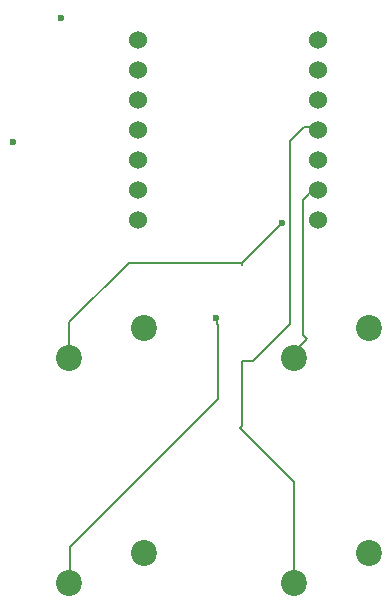
<source format=gbr>
%TF.GenerationSoftware,KiCad,Pcbnew,9.0.6*%
%TF.CreationDate,2025-12-01T23:19:03-05:00*%
%TF.ProjectId,project,70726f6a-6563-4742-9e6b-696361645f70,rev?*%
%TF.SameCoordinates,Original*%
%TF.FileFunction,Copper,L2,Bot*%
%TF.FilePolarity,Positive*%
%FSLAX46Y46*%
G04 Gerber Fmt 4.6, Leading zero omitted, Abs format (unit mm)*
G04 Created by KiCad (PCBNEW 9.0.6) date 2025-12-01 23:19:03*
%MOMM*%
%LPD*%
G01*
G04 APERTURE LIST*
%TA.AperFunction,ComponentPad*%
%ADD10C,2.200000*%
%TD*%
%TA.AperFunction,ComponentPad*%
%ADD11C,1.524000*%
%TD*%
%TA.AperFunction,ViaPad*%
%ADD12C,0.600000*%
%TD*%
%TA.AperFunction,Conductor*%
%ADD13C,0.200000*%
%TD*%
G04 APERTURE END LIST*
D10*
%TO.P,SW4,1,1*%
%TO.N,GND*%
X138271250Y-80645000D03*
%TO.P,SW4,2,2*%
%TO.N,Net-(U1-GPIO3{slash}MOSI)*%
X131921250Y-83185000D03*
%TD*%
%TO.P,SW3,1,1*%
%TO.N,GND*%
X119221250Y-80645000D03*
%TO.P,SW3,2,2*%
%TO.N,Net-(U1-GPIO4{slash}MISO)*%
X112871250Y-83185000D03*
%TD*%
%TO.P,SW1,1,1*%
%TO.N,GND*%
X119221250Y-61595000D03*
%TO.P,SW1,2,2*%
%TO.N,Net-(U1-GPIO1{slash}RX)*%
X112871250Y-64135000D03*
%TD*%
%TO.P,SW2,1,1*%
%TO.N,GND*%
X138271250Y-61595000D03*
%TO.P,SW2,2,2*%
%TO.N,Net-(U1-GPIO2{slash}SCK)*%
X131921250Y-64135000D03*
%TD*%
D11*
%TO.P,U1,1,GPIO26/ADC0/A0*%
%TO.N,unconnected-(U1-GPIO26{slash}ADC0{slash}A0-Pad1)*%
X118690000Y-37140000D03*
%TO.P,U1,2,GPIO27/ADC1/A1*%
%TO.N,unconnected-(U1-GPIO27{slash}ADC1{slash}A1-Pad2)*%
X118690000Y-39680000D03*
%TO.P,U1,3,GPIO28/ADC2/A2*%
%TO.N,unconnected-(U1-GPIO28{slash}ADC2{slash}A2-Pad3)*%
X118690000Y-42220000D03*
%TO.P,U1,4,GPIO29/ADC3/A3*%
%TO.N,unconnected-(U1-GPIO29{slash}ADC3{slash}A3-Pad4)*%
X118690000Y-44760000D03*
%TO.P,U1,5,GPIO6/SDA*%
%TO.N,Net-(D1-DIN)*%
X118690000Y-47300000D03*
%TO.P,U1,6,GPIO7/SCL*%
%TO.N,unconnected-(U1-GPIO7{slash}SCL-Pad6)*%
X118690000Y-49840000D03*
%TO.P,U1,7,GPIO0/TX*%
%TO.N,unconnected-(U1-GPIO0{slash}TX-Pad7)*%
X118690000Y-52380000D03*
%TO.P,U1,8,GPIO1/RX*%
%TO.N,Net-(U1-GPIO1{slash}RX)*%
X133930000Y-52380000D03*
%TO.P,U1,9,GPIO2/SCK*%
%TO.N,Net-(U1-GPIO2{slash}SCK)*%
X133930000Y-49840000D03*
%TO.P,U1,10,GPIO4/MISO*%
%TO.N,Net-(U1-GPIO4{slash}MISO)*%
X133930000Y-47300000D03*
%TO.P,U1,11,GPIO3/MOSI*%
%TO.N,Net-(U1-GPIO3{slash}MOSI)*%
X133930000Y-44760000D03*
%TO.P,U1,12,3V3*%
%TO.N,unconnected-(U1-3V3-Pad12)*%
X133930000Y-42220000D03*
%TO.P,U1,13,GND*%
%TO.N,GND*%
X133930000Y-39680000D03*
%TO.P,U1,14,VBUS*%
%TO.N,+5V*%
X133930000Y-37140000D03*
%TD*%
D12*
%TO.N,Net-(D1-DOUT)*%
X112150000Y-35310000D03*
%TO.N,GND*%
X108100000Y-45770000D03*
%TO.N,Net-(U1-GPIO1{slash}RX)*%
X130910000Y-52700000D03*
%TO.N,Net-(U1-GPIO4{slash}MISO)*%
X125270000Y-60730000D03*
%TD*%
D13*
%TO.N,Net-(U1-GPIO1{slash}RX)*%
X130910000Y-52700000D02*
X130945000Y-52665000D01*
X127390000Y-56050000D02*
X127540000Y-56200000D01*
X112871250Y-64135000D02*
X112871250Y-61068750D01*
X117890000Y-56050000D02*
X127390000Y-56050000D01*
X127540000Y-56070000D02*
X130910000Y-52700000D01*
X127540000Y-56200000D02*
X127540000Y-56070000D01*
X112871250Y-61068750D02*
X117890000Y-56050000D01*
%TO.N,Net-(U1-GPIO2{slash}SCK)*%
X131921250Y-63618750D02*
X133010000Y-62530000D01*
X133010000Y-62530000D02*
X132637000Y-62157000D01*
X131921250Y-64135000D02*
X131921250Y-63618750D01*
X132637000Y-50691500D02*
X133700000Y-49628500D01*
X132637000Y-62157000D02*
X132637000Y-50691500D01*
%TO.N,Net-(U1-GPIO4{slash}MISO)*%
X125410000Y-60870000D02*
X125270000Y-60730000D01*
X113050000Y-80000000D02*
X125490000Y-67560000D01*
X125490000Y-61260000D02*
X125410000Y-61180000D01*
X112970000Y-80080000D02*
X113050000Y-80000000D01*
X112970000Y-83750000D02*
X112970000Y-80080000D01*
X125410000Y-61180000D02*
X125410000Y-60870000D01*
X112871250Y-83651250D02*
X112970000Y-83750000D01*
X112871250Y-83185000D02*
X112871250Y-83651250D01*
X125490000Y-67560000D02*
X125490000Y-66840000D01*
X125490000Y-66840000D02*
X125490000Y-61260000D01*
%TO.N,Net-(U1-GPIO3{slash}MOSI)*%
X127500000Y-64370000D02*
X127500000Y-69870000D01*
X127500000Y-69870000D02*
X127340000Y-70030000D01*
X131921250Y-74611250D02*
X131921250Y-83185000D01*
X133700000Y-44548500D02*
X132731500Y-44548500D01*
X132731500Y-44548500D02*
X131570000Y-45710000D01*
X127340000Y-70030000D02*
X131921250Y-74611250D01*
X128460000Y-64370000D02*
X127500000Y-64370000D01*
X131570000Y-45710000D02*
X131570000Y-61260000D01*
X131570000Y-61260000D02*
X128460000Y-64370000D01*
%TD*%
M02*

</source>
